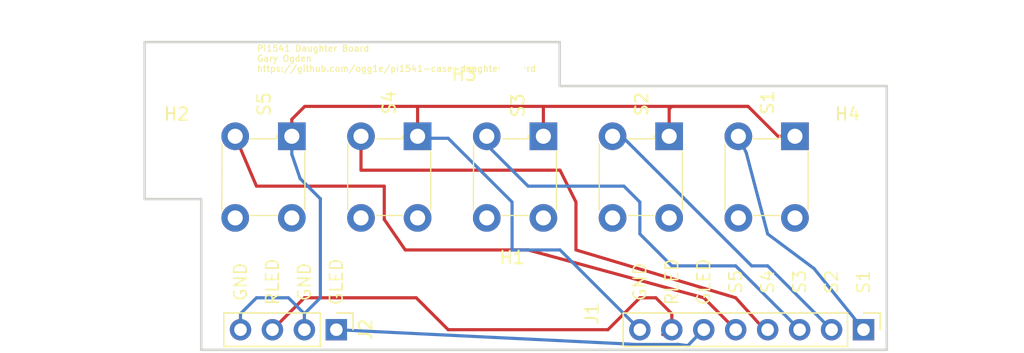
<source format=kicad_pcb>
(kicad_pcb (version 20171130) (host pcbnew "(5.0.1-3-g963ef8bb5)")

  (general
    (thickness 1.6)
    (drawings 21)
    (tracks 75)
    (zones 0)
    (modules 11)
    (nets 19)
  )

  (page A4)
  (title_block
    (title "Pi1541 Switch Board")
    (rev v1.0)
    (comment 2 creativecommons.org/licenses/by/4.0/)
    (comment 3 "License: CC By 4.0")
    (comment 4 "Author: Gary Ogden")
  )

  (layers
    (0 F.Cu signal)
    (31 B.Cu signal)
    (32 B.Adhes user)
    (33 F.Adhes user)
    (34 B.Paste user)
    (35 F.Paste user)
    (36 B.SilkS user)
    (37 F.SilkS user)
    (38 B.Mask user)
    (39 F.Mask user)
    (40 Dwgs.User user)
    (41 Cmts.User user)
    (42 Eco1.User user)
    (43 Eco2.User user)
    (44 Edge.Cuts user)
    (45 Margin user)
    (46 B.CrtYd user)
    (47 F.CrtYd user)
    (48 B.Fab user)
    (49 F.Fab user)
  )

  (setup
    (last_trace_width 0.25)
    (trace_clearance 0.2)
    (zone_clearance 0.508)
    (zone_45_only no)
    (trace_min 0.2)
    (segment_width 0.2)
    (edge_width 0.2)
    (via_size 0.8)
    (via_drill 0.4)
    (via_min_size 0.4)
    (via_min_drill 0.3)
    (uvia_size 0.3)
    (uvia_drill 0.1)
    (uvias_allowed no)
    (uvia_min_size 0.2)
    (uvia_min_drill 0.1)
    (pcb_text_width 0.3)
    (pcb_text_size 1.5 1.5)
    (mod_edge_width 0.15)
    (mod_text_size 1 1)
    (mod_text_width 0.15)
    (pad_size 1.524 1.524)
    (pad_drill 0.762)
    (pad_to_mask_clearance 0.051)
    (solder_mask_min_width 0.25)
    (aux_axis_origin 0 0)
    (grid_origin 100 30)
    (visible_elements FFFFFF7F)
    (pcbplotparams
      (layerselection 0x010fc_ffffffff)
      (usegerberextensions false)
      (usegerberattributes false)
      (usegerberadvancedattributes false)
      (creategerberjobfile false)
      (excludeedgelayer true)
      (linewidth 0.100000)
      (plotframeref false)
      (viasonmask false)
      (mode 1)
      (useauxorigin false)
      (hpglpennumber 1)
      (hpglpenspeed 20)
      (hpglpendiameter 15.000000)
      (psnegative false)
      (psa4output false)
      (plotreference true)
      (plotvalue true)
      (plotinvisibletext false)
      (padsonsilk false)
      (subtractmaskfromsilk false)
      (outputformat 1)
      (mirror false)
      (drillshape 0)
      (scaleselection 1)
      (outputdirectory "./"))
  )

  (net 0 "")
  (net 1 "Net-(J1-Pad6)")
  (net 2 "Net-(J1-Pad5)")
  (net 3 "Net-(J1-Pad4)")
  (net 4 "Net-(J1-Pad3)")
  (net 5 "Net-(J1-Pad2)")
  (net 6 "Net-(J1-Pad8)")
  (net 7 "Net-(J1-Pad7)")
  (net 8 "Net-(S1-Pad2)")
  (net 9 "Net-(S1-Pad4)")
  (net 10 "Net-(S2-Pad4)")
  (net 11 "Net-(S2-Pad2)")
  (net 12 "Net-(S3-Pad2)")
  (net 13 "Net-(S3-Pad4)")
  (net 14 "Net-(S4-Pad4)")
  (net 15 "Net-(S4-Pad2)")
  (net 16 "Net-(S5-Pad2)")
  (net 17 "Net-(S5-Pad4)")
  (net 18 "Net-(J1-Pad1)")

  (net_class Default "This is the default net class."
    (clearance 0.2)
    (trace_width 0.25)
    (via_dia 0.8)
    (via_drill 0.4)
    (uvia_dia 0.3)
    (uvia_drill 0.1)
    (add_net "Net-(J1-Pad1)")
    (add_net "Net-(J1-Pad2)")
    (add_net "Net-(J1-Pad3)")
    (add_net "Net-(J1-Pad4)")
    (add_net "Net-(J1-Pad5)")
    (add_net "Net-(J1-Pad6)")
    (add_net "Net-(J1-Pad7)")
    (add_net "Net-(J1-Pad8)")
    (add_net "Net-(S1-Pad2)")
    (add_net "Net-(S1-Pad4)")
    (add_net "Net-(S2-Pad2)")
    (add_net "Net-(S2-Pad4)")
    (add_net "Net-(S3-Pad2)")
    (add_net "Net-(S3-Pad4)")
    (add_net "Net-(S4-Pad2)")
    (add_net "Net-(S4-Pad4)")
    (add_net "Net-(S5-Pad2)")
    (add_net "Net-(S5-Pad4)")
  )

  (module Pin_Headers:Pin_Header_Straight_1x08_Pitch2.54mm (layer F.Cu) (tedit 59650532) (tstamp 5BE9C1C2)
    (at 157.15 55.4 270)
    (descr "Through hole straight pin header, 1x08, 2.54mm pitch, single row")
    (tags "Through hole pin header THT 1x08 2.54mm single row")
    (path /5BE8D02C)
    (fp_text reference J1 (at -1.27 21.59 270) (layer F.SilkS)
      (effects (font (size 1 1) (thickness 0.15)))
    )
    (fp_text value toPi (at 0 20.11 270) (layer F.Fab)
      (effects (font (size 1 1) (thickness 0.15)))
    )
    (fp_line (start -0.635 -1.27) (end 1.27 -1.27) (layer F.Fab) (width 0.1))
    (fp_line (start 1.27 -1.27) (end 1.27 19.05) (layer F.Fab) (width 0.1))
    (fp_line (start 1.27 19.05) (end -1.27 19.05) (layer F.Fab) (width 0.1))
    (fp_line (start -1.27 19.05) (end -1.27 -0.635) (layer F.Fab) (width 0.1))
    (fp_line (start -1.27 -0.635) (end -0.635 -1.27) (layer F.Fab) (width 0.1))
    (fp_line (start -1.33 19.11) (end 1.33 19.11) (layer F.SilkS) (width 0.12))
    (fp_line (start -1.33 1.27) (end -1.33 19.11) (layer F.SilkS) (width 0.12))
    (fp_line (start 1.33 1.27) (end 1.33 19.11) (layer F.SilkS) (width 0.12))
    (fp_line (start -1.33 1.27) (end 1.33 1.27) (layer F.SilkS) (width 0.12))
    (fp_line (start -1.33 0) (end -1.33 -1.33) (layer F.SilkS) (width 0.12))
    (fp_line (start -1.33 -1.33) (end 0 -1.33) (layer F.SilkS) (width 0.12))
    (fp_line (start -1.8 -1.8) (end -1.8 19.55) (layer F.CrtYd) (width 0.05))
    (fp_line (start -1.8 19.55) (end 1.8 19.55) (layer F.CrtYd) (width 0.05))
    (fp_line (start 1.8 19.55) (end 1.8 -1.8) (layer F.CrtYd) (width 0.05))
    (fp_line (start 1.8 -1.8) (end -1.8 -1.8) (layer F.CrtYd) (width 0.05))
    (fp_text user %R (at 0 8.89) (layer F.Fab)
      (effects (font (size 1 1) (thickness 0.15)))
    )
    (pad 1 thru_hole rect (at 0 0 270) (size 1.7 1.7) (drill 1) (layers *.Cu *.Mask)
      (net 18 "Net-(J1-Pad1)"))
    (pad 2 thru_hole oval (at 0 2.54 270) (size 1.7 1.7) (drill 1) (layers *.Cu *.Mask)
      (net 5 "Net-(J1-Pad2)"))
    (pad 3 thru_hole oval (at 0 5.08 270) (size 1.7 1.7) (drill 1) (layers *.Cu *.Mask)
      (net 4 "Net-(J1-Pad3)"))
    (pad 4 thru_hole oval (at 0 7.62 270) (size 1.7 1.7) (drill 1) (layers *.Cu *.Mask)
      (net 3 "Net-(J1-Pad4)"))
    (pad 5 thru_hole oval (at 0 10.16 270) (size 1.7 1.7) (drill 1) (layers *.Cu *.Mask)
      (net 2 "Net-(J1-Pad5)"))
    (pad 6 thru_hole oval (at 0 12.7 270) (size 1.7 1.7) (drill 1) (layers *.Cu *.Mask)
      (net 1 "Net-(J1-Pad6)"))
    (pad 7 thru_hole oval (at 0 15.24 270) (size 1.7 1.7) (drill 1) (layers *.Cu *.Mask)
      (net 7 "Net-(J1-Pad7)"))
    (pad 8 thru_hole oval (at 0 17.78 270) (size 1.7 1.7) (drill 1) (layers *.Cu *.Mask)
      (net 6 "Net-(J1-Pad8)"))
    (model ${KISYS3DMOD}/Pin_Headers.3dshapes/Pin_Header_Straight_1x08_Pitch2.54mm.wrl
      (at (xyz 0 0 0))
      (scale (xyz 1 1 1))
      (rotate (xyz 0 0 0))
    )
  )

  (module Pin_Headers:Pin_Header_Straight_1x04_Pitch2.54mm (layer F.Cu) (tedit 59650532) (tstamp 5BEA1DCD)
    (at 115.24 55.4 270)
    (descr "Through hole straight pin header, 1x04, 2.54mm pitch, single row")
    (tags "Through hole pin header THT 1x04 2.54mm single row")
    (path /5BEB431A)
    (fp_text reference J2 (at 0 -2.33 270) (layer F.SilkS)
      (effects (font (size 1 1) (thickness 0.15)))
    )
    (fp_text value LEDs (at 0 9.95 270) (layer F.Fab)
      (effects (font (size 1 1) (thickness 0.15)))
    )
    (fp_line (start -0.635 -1.27) (end 1.27 -1.27) (layer F.Fab) (width 0.1))
    (fp_line (start 1.27 -1.27) (end 1.27 8.89) (layer F.Fab) (width 0.1))
    (fp_line (start 1.27 8.89) (end -1.27 8.89) (layer F.Fab) (width 0.1))
    (fp_line (start -1.27 8.89) (end -1.27 -0.635) (layer F.Fab) (width 0.1))
    (fp_line (start -1.27 -0.635) (end -0.635 -1.27) (layer F.Fab) (width 0.1))
    (fp_line (start -1.33 8.95) (end 1.33 8.95) (layer F.SilkS) (width 0.12))
    (fp_line (start -1.33 1.27) (end -1.33 8.95) (layer F.SilkS) (width 0.12))
    (fp_line (start 1.33 1.27) (end 1.33 8.95) (layer F.SilkS) (width 0.12))
    (fp_line (start -1.33 1.27) (end 1.33 1.27) (layer F.SilkS) (width 0.12))
    (fp_line (start -1.33 0) (end -1.33 -1.33) (layer F.SilkS) (width 0.12))
    (fp_line (start -1.33 -1.33) (end 0 -1.33) (layer F.SilkS) (width 0.12))
    (fp_line (start -1.8 -1.8) (end -1.8 9.4) (layer F.CrtYd) (width 0.05))
    (fp_line (start -1.8 9.4) (end 1.8 9.4) (layer F.CrtYd) (width 0.05))
    (fp_line (start 1.8 9.4) (end 1.8 -1.8) (layer F.CrtYd) (width 0.05))
    (fp_line (start 1.8 -1.8) (end -1.8 -1.8) (layer F.CrtYd) (width 0.05))
    (fp_text user %R (at 0 3.81) (layer F.Fab)
      (effects (font (size 1 1) (thickness 0.15)))
    )
    (pad 1 thru_hole rect (at 0 0 270) (size 1.7 1.7) (drill 1) (layers *.Cu *.Mask)
      (net 1 "Net-(J1-Pad6)"))
    (pad 2 thru_hole oval (at 0 2.54 270) (size 1.7 1.7) (drill 1) (layers *.Cu *.Mask)
      (net 6 "Net-(J1-Pad8)"))
    (pad 3 thru_hole oval (at 0 5.08 270) (size 1.7 1.7) (drill 1) (layers *.Cu *.Mask)
      (net 7 "Net-(J1-Pad7)"))
    (pad 4 thru_hole oval (at 0 7.62 270) (size 1.7 1.7) (drill 1) (layers *.Cu *.Mask)
      (net 6 "Net-(J1-Pad8)"))
    (model ${KISYS3DMOD}/Pin_Headers.3dshapes/Pin_Header_Straight_1x04_Pitch2.54mm.wrl
      (at (xyz 0 0 0))
      (scale (xyz 1 1 1))
      (rotate (xyz 0 0 0))
    )
  )

  (module Mounting_Holes:MountingHole_2.2mm_M2 (layer F.Cu) (tedit 56D1B4CB) (tstamp 5BEA1BB2)
    (at 155.88 41.43)
    (descr "Mounting Hole 2.2mm, no annular, M2")
    (tags "mounting hole 2.2mm no annular m2")
    (path /5BEC9ADE)
    (attr virtual)
    (fp_text reference H4 (at 0 -3.2) (layer F.SilkS)
      (effects (font (size 1 1) (thickness 0.15)))
    )
    (fp_text value MountingHole (at 8.89 -1.27) (layer F.Fab)
      (effects (font (size 1 1) (thickness 0.15)))
    )
    (fp_text user %R (at 0.3 0) (layer F.Fab)
      (effects (font (size 1 1) (thickness 0.15)))
    )
    (fp_circle (center 0 0) (end 2.2 0) (layer Cmts.User) (width 0.15))
    (fp_circle (center 0 0) (end 2.45 0) (layer F.CrtYd) (width 0.05))
    (pad 1 np_thru_hole circle (at 0 0) (size 2.2 2.2) (drill 2.2) (layers *.Cu *.Mask))
  )

  (module Mounting_Holes:MountingHole_2.2mm_M2 (layer F.Cu) (tedit 56D1B4CB) (tstamp 5BEA1BAB)
    (at 129.21 35.08)
    (descr "Mounting Hole 2.2mm, no annular, M2")
    (tags "mounting hole 2.2mm no annular m2")
    (path /5BEC99A4)
    (attr virtual)
    (fp_text reference H3 (at -3.81 0) (layer F.SilkS)
      (effects (font (size 1 1) (thickness 0.15)))
    )
    (fp_text value MountingHole (at 0 -5.08) (layer F.Fab)
      (effects (font (size 1 1) (thickness 0.15)))
    )
    (fp_circle (center 0 0) (end 2.45 0) (layer F.CrtYd) (width 0.05))
    (fp_circle (center 0 0) (end 2.2 0) (layer Cmts.User) (width 0.15))
    (fp_text user %R (at 0.3 0) (layer F.Fab)
      (effects (font (size 1 1) (thickness 0.15)))
    )
    (pad 1 np_thru_hole circle (at 0 0) (size 2.2 2.2) (drill 2.2) (layers *.Cu *.Mask))
  )

  (module Mounting_Holes:MountingHole_2.2mm_M2 (layer F.Cu) (tedit 56D1B4CB) (tstamp 5BEA1BA4)
    (at 102.54 41.43)
    (descr "Mounting Hole 2.2mm, no annular, M2")
    (tags "mounting hole 2.2mm no annular m2")
    (path /5BEC9865)
    (attr virtual)
    (fp_text reference H2 (at 0 -3.2) (layer F.SilkS)
      (effects (font (size 1 1) (thickness 0.15)))
    )
    (fp_text value MountingHole (at -8.89 -1.27) (layer F.Fab)
      (effects (font (size 1 1) (thickness 0.15)))
    )
    (fp_text user %R (at 0.3 0) (layer F.Fab)
      (effects (font (size 1 1) (thickness 0.15)))
    )
    (fp_circle (center 0 0) (end 2.2 0) (layer Cmts.User) (width 0.15))
    (fp_circle (center 0 0) (end 2.45 0) (layer F.CrtYd) (width 0.05))
    (pad 1 np_thru_hole circle (at 0 0) (size 2.2 2.2) (drill 2.2) (layers *.Cu *.Mask))
  )

  (module Mounting_Holes:MountingHole_2.2mm_M2 (layer F.Cu) (tedit 56D1B4CB) (tstamp 5BEA1B9D)
    (at 129.21 52.86)
    (descr "Mounting Hole 2.2mm, no annular, M2")
    (tags "mounting hole 2.2mm no annular m2")
    (path /5BEC96CE)
    (attr virtual)
    (fp_text reference H1 (at 0 -3.2) (layer F.SilkS)
      (effects (font (size 1 1) (thickness 0.15)))
    )
    (fp_text value MountingHole (at 0 3.2) (layer F.Fab)
      (effects (font (size 1 1) (thickness 0.15)))
    )
    (fp_circle (center 0 0) (end 2.45 0) (layer F.CrtYd) (width 0.05))
    (fp_circle (center 0 0) (end 2.2 0) (layer Cmts.User) (width 0.15))
    (fp_text user %R (at 0.3 0) (layer F.Fab)
      (effects (font (size 1 1) (thickness 0.15)))
    )
    (pad 1 np_thru_hole circle (at 0 0) (size 2.2 2.2) (drill 2.2) (layers *.Cu *.Mask))
  )

  (module digikey-footprints:Switch_Tactile_THT_6x6mm (layer F.Cu) (tedit 5BE9BCA8) (tstamp 5BE790FC)
    (at 141.7 40 270)
    (descr http://www.te.com/commerce/DocumentDelivery/DDEController?Action=srchrtrv&DocNm=1825910&DocType=Customer+Drawing&DocLang=English)
    (path /5BE28DEF)
    (fp_text reference S2 (at -2.56 2.19 270) (layer F.SilkS)
      (effects (font (size 1 1) (thickness 0.15)))
    )
    (fp_text value 1825910-6 (at 3.6322 7.0866 270) (layer F.Fab)
      (effects (font (size 1 1) (thickness 0.15)))
    )
    (fp_line (start 0.25 -1) (end 6.25 -1) (layer F.Fab) (width 0.1))
    (fp_line (start 6.25 -1) (end 6.25 5.5) (layer F.Fab) (width 0.1))
    (fp_line (start 6.25 5.5) (end 0.25 5.5) (layer F.Fab) (width 0.1))
    (fp_line (start 0.25 -1) (end 0.25 5.5) (layer F.Fab) (width 0.1))
    (fp_text user %R (at 3.3782 2.286 270) (layer F.Fab)
      (effects (font (size 1 1) (thickness 0.15)))
    )
    (fp_line (start 7.85 -1.35) (end 7.85 5.85) (layer F.CrtYd) (width 0.05))
    (fp_line (start 7.85 5.85) (end -1.35 5.85) (layer F.CrtYd) (width 0.05))
    (fp_line (start 7.85 -1.35) (end -1.35 -1.35) (layer F.CrtYd) (width 0.05))
    (fp_line (start -1.35 -1.35) (end -1.35 5.85) (layer F.CrtYd) (width 0.05))
    (fp_line (start 1.2 -1.0414) (end 5.8674 -1.0414) (layer F.SilkS) (width 0.1))
    (fp_line (start 0.2032 1.1938) (end 0.2032 3.302) (layer F.SilkS) (width 0.1))
    (fp_line (start 6.3092 1.2048) (end 6.3092 3.3) (layer F.SilkS) (width 0.1))
    (fp_line (start 5.8928 5.5626) (end 0.6 5.5528) (layer F.SilkS) (width 0.1))
    (fp_line (start 0.2032 1.2004) (end -0.0468 1.2004) (layer F.SilkS) (width 0.1))
    (pad 3 thru_hole circle (at 0 4.5 270) (size 2.2 2.2) (drill 1.2) (layers *.Cu *.Mask)
      (net 5 "Net-(J1-Pad2)"))
    (pad 4 thru_hole circle (at 6.5 4.5 270) (size 2.2 2.2) (drill 1.2) (layers *.Cu *.Mask)
      (net 10 "Net-(S2-Pad4)"))
    (pad 2 thru_hole circle (at 6.5 0 270) (size 2.2 2.2) (drill 1.2) (layers *.Cu *.Mask)
      (net 11 "Net-(S2-Pad2)"))
    (pad 1 thru_hole rect (at 0 0 270) (size 2.2 2.2) (drill 1.2) (layers *.Cu *.Mask)
      (net 6 "Net-(J1-Pad8)"))
  )

  (module digikey-footprints:Switch_Tactile_THT_6x6mm (layer F.Cu) (tedit 5BE9BCA3) (tstamp 5BE40631)
    (at 111.7 40 270)
    (descr http://www.te.com/commerce/DocumentDelivery/DDEController?Action=srchrtrv&DocNm=1825910&DocType=Customer+Drawing&DocLang=English)
    (path /5BE29252)
    (fp_text reference S5 (at -2.56 2.2 270) (layer F.SilkS)
      (effects (font (size 1 1) (thickness 0.15)))
    )
    (fp_text value 1825910-6 (at 3.6322 7.0866 270) (layer F.Fab)
      (effects (font (size 1 1) (thickness 0.15)))
    )
    (fp_line (start 0.2032 1.2004) (end -0.0468 1.2004) (layer F.SilkS) (width 0.1))
    (fp_line (start 5.8928 5.5626) (end 0.6 5.5528) (layer F.SilkS) (width 0.1))
    (fp_line (start 6.3092 1.2048) (end 6.3092 3.3) (layer F.SilkS) (width 0.1))
    (fp_line (start 0.2032 1.1938) (end 0.2032 3.302) (layer F.SilkS) (width 0.1))
    (fp_line (start 1.2 -1.0414) (end 5.8674 -1.0414) (layer F.SilkS) (width 0.1))
    (fp_line (start -1.35 -1.35) (end -1.35 5.85) (layer F.CrtYd) (width 0.05))
    (fp_line (start 7.85 -1.35) (end -1.35 -1.35) (layer F.CrtYd) (width 0.05))
    (fp_line (start 7.85 5.85) (end -1.35 5.85) (layer F.CrtYd) (width 0.05))
    (fp_line (start 7.85 -1.35) (end 7.85 5.85) (layer F.CrtYd) (width 0.05))
    (fp_text user %R (at 3.3782 2.286 270) (layer F.Fab)
      (effects (font (size 1 1) (thickness 0.15)))
    )
    (fp_line (start 0.25 -1) (end 0.25 5.5) (layer F.Fab) (width 0.1))
    (fp_line (start 6.25 5.5) (end 0.25 5.5) (layer F.Fab) (width 0.1))
    (fp_line (start 6.25 -1) (end 6.25 5.5) (layer F.Fab) (width 0.1))
    (fp_line (start 0.25 -1) (end 6.25 -1) (layer F.Fab) (width 0.1))
    (pad 1 thru_hole rect (at 0 0 270) (size 2.2 2.2) (drill 1.2) (layers *.Cu *.Mask)
      (net 6 "Net-(J1-Pad8)"))
    (pad 2 thru_hole circle (at 6.5 0 270) (size 2.2 2.2) (drill 1.2) (layers *.Cu *.Mask)
      (net 16 "Net-(S5-Pad2)"))
    (pad 4 thru_hole circle (at 6.5 4.5 270) (size 2.2 2.2) (drill 1.2) (layers *.Cu *.Mask)
      (net 17 "Net-(S5-Pad4)"))
    (pad 3 thru_hole circle (at 0 4.5 270) (size 2.2 2.2) (drill 1.2) (layers *.Cu *.Mask)
      (net 2 "Net-(J1-Pad5)"))
  )

  (module digikey-footprints:Switch_Tactile_THT_6x6mm (layer F.Cu) (tedit 5BE9BCA4) (tstamp 5BE4061B)
    (at 121.7 40 270)
    (descr http://www.te.com/commerce/DocumentDelivery/DDEController?Action=srchrtrv&DocNm=1825910&DocType=Customer+Drawing&DocLang=English)
    (path /5BE290B5)
    (fp_text reference S4 (at -2.68 2.26 270) (layer F.SilkS)
      (effects (font (size 1 1) (thickness 0.15)))
    )
    (fp_text value 1825910-6 (at 3.6322 7.0866 270) (layer F.Fab)
      (effects (font (size 1 1) (thickness 0.15)))
    )
    (fp_line (start 0.25 -1) (end 6.25 -1) (layer F.Fab) (width 0.1))
    (fp_line (start 6.25 -1) (end 6.25 5.5) (layer F.Fab) (width 0.1))
    (fp_line (start 6.25 5.5) (end 0.25 5.5) (layer F.Fab) (width 0.1))
    (fp_line (start 0.25 -1) (end 0.25 5.5) (layer F.Fab) (width 0.1))
    (fp_text user %R (at 3.3782 2.286 270) (layer F.Fab)
      (effects (font (size 1 1) (thickness 0.15)))
    )
    (fp_line (start 7.85 -1.35) (end 7.85 5.85) (layer F.CrtYd) (width 0.05))
    (fp_line (start 7.85 5.85) (end -1.35 5.85) (layer F.CrtYd) (width 0.05))
    (fp_line (start 7.85 -1.35) (end -1.35 -1.35) (layer F.CrtYd) (width 0.05))
    (fp_line (start -1.35 -1.35) (end -1.35 5.85) (layer F.CrtYd) (width 0.05))
    (fp_line (start 1.2 -1.0414) (end 5.8674 -1.0414) (layer F.SilkS) (width 0.1))
    (fp_line (start 0.2032 1.1938) (end 0.2032 3.302) (layer F.SilkS) (width 0.1))
    (fp_line (start 6.3092 1.2048) (end 6.3092 3.3) (layer F.SilkS) (width 0.1))
    (fp_line (start 5.8928 5.5626) (end 0.6 5.5528) (layer F.SilkS) (width 0.1))
    (fp_line (start 0.2032 1.2004) (end -0.0468 1.2004) (layer F.SilkS) (width 0.1))
    (pad 3 thru_hole circle (at 0 4.5 270) (size 2.2 2.2) (drill 1.2) (layers *.Cu *.Mask)
      (net 3 "Net-(J1-Pad4)"))
    (pad 4 thru_hole circle (at 6.5 4.5 270) (size 2.2 2.2) (drill 1.2) (layers *.Cu *.Mask)
      (net 14 "Net-(S4-Pad4)"))
    (pad 2 thru_hole circle (at 6.5 0 270) (size 2.2 2.2) (drill 1.2) (layers *.Cu *.Mask)
      (net 15 "Net-(S4-Pad2)"))
    (pad 1 thru_hole rect (at 0 0 270) (size 2.2 2.2) (drill 1.2) (layers *.Cu *.Mask)
      (net 6 "Net-(J1-Pad8)"))
  )

  (module digikey-footprints:Switch_Tactile_THT_6x6mm (layer F.Cu) (tedit 5BE9BCA5) (tstamp 5BE40605)
    (at 131.7 40 270)
    (descr http://www.te.com/commerce/DocumentDelivery/DDEController?Action=srchrtrv&DocNm=1825910&DocType=Customer+Drawing&DocLang=English)
    (path /5BE28F3B)
    (fp_text reference S3 (at -2.45 2.02 270) (layer F.SilkS)
      (effects (font (size 1 1) (thickness 0.15)))
    )
    (fp_text value 1825910-6 (at 3.6322 7.0866 270) (layer F.Fab)
      (effects (font (size 1 1) (thickness 0.15)))
    )
    (fp_line (start 0.2032 1.2004) (end -0.0468 1.2004) (layer F.SilkS) (width 0.1))
    (fp_line (start 5.8928 5.5626) (end 0.6 5.5528) (layer F.SilkS) (width 0.1))
    (fp_line (start 6.3092 1.2048) (end 6.3092 3.3) (layer F.SilkS) (width 0.1))
    (fp_line (start 0.2032 1.1938) (end 0.2032 3.302) (layer F.SilkS) (width 0.1))
    (fp_line (start 1.2 -1.0414) (end 5.8674 -1.0414) (layer F.SilkS) (width 0.1))
    (fp_line (start -1.35 -1.35) (end -1.35 5.85) (layer F.CrtYd) (width 0.05))
    (fp_line (start 7.85 -1.35) (end -1.35 -1.35) (layer F.CrtYd) (width 0.05))
    (fp_line (start 7.85 5.85) (end -1.35 5.85) (layer F.CrtYd) (width 0.05))
    (fp_line (start 7.85 -1.35) (end 7.85 5.85) (layer F.CrtYd) (width 0.05))
    (fp_text user %R (at 3.3782 2.286 270) (layer F.Fab)
      (effects (font (size 1 1) (thickness 0.15)))
    )
    (fp_line (start 0.25 -1) (end 0.25 5.5) (layer F.Fab) (width 0.1))
    (fp_line (start 6.25 5.5) (end 0.25 5.5) (layer F.Fab) (width 0.1))
    (fp_line (start 6.25 -1) (end 6.25 5.5) (layer F.Fab) (width 0.1))
    (fp_line (start 0.25 -1) (end 6.25 -1) (layer F.Fab) (width 0.1))
    (pad 1 thru_hole rect (at 0 0 270) (size 2.2 2.2) (drill 1.2) (layers *.Cu *.Mask)
      (net 6 "Net-(J1-Pad8)"))
    (pad 2 thru_hole circle (at 6.5 0 270) (size 2.2 2.2) (drill 1.2) (layers *.Cu *.Mask)
      (net 12 "Net-(S3-Pad2)"))
    (pad 4 thru_hole circle (at 6.5 4.5 270) (size 2.2 2.2) (drill 1.2) (layers *.Cu *.Mask)
      (net 13 "Net-(S3-Pad4)"))
    (pad 3 thru_hole circle (at 0 4.5 270) (size 2.2 2.2) (drill 1.2) (layers *.Cu *.Mask)
      (net 4 "Net-(J1-Pad3)"))
  )

  (module digikey-footprints:Switch_Tactile_THT_6x6mm (layer F.Cu) (tedit 5BE9BCA9) (tstamp 5BE405D9)
    (at 151.7 40 270)
    (descr http://www.te.com/commerce/DocumentDelivery/DDEController?Action=srchrtrv&DocNm=1825910&DocType=Customer+Drawing&DocLang=English)
    (path /5BE28CB3)
    (fp_text reference S1 (at -2.68 2.18 270) (layer F.SilkS)
      (effects (font (size 1 1) (thickness 0.15)))
    )
    (fp_text value 1825910-6 (at 3.6322 7.0866 270) (layer F.Fab)
      (effects (font (size 1 1) (thickness 0.15)))
    )
    (fp_line (start 0.2032 1.2004) (end -0.0468 1.2004) (layer F.SilkS) (width 0.1))
    (fp_line (start 5.8928 5.5626) (end 0.6 5.5528) (layer F.SilkS) (width 0.1))
    (fp_line (start 6.3092 1.2048) (end 6.3092 3.3) (layer F.SilkS) (width 0.1))
    (fp_line (start 0.2032 1.1938) (end 0.2032 3.302) (layer F.SilkS) (width 0.1))
    (fp_line (start 1.2 -1.0414) (end 5.8674 -1.0414) (layer F.SilkS) (width 0.1))
    (fp_line (start -1.35 -1.35) (end -1.35 5.85) (layer F.CrtYd) (width 0.05))
    (fp_line (start 7.85 -1.35) (end -1.35 -1.35) (layer F.CrtYd) (width 0.05))
    (fp_line (start 7.85 5.85) (end -1.35 5.85) (layer F.CrtYd) (width 0.05))
    (fp_line (start 7.85 -1.35) (end 7.85 5.85) (layer F.CrtYd) (width 0.05))
    (fp_text user %R (at 3.3782 2.286 270) (layer F.Fab)
      (effects (font (size 1 1) (thickness 0.15)))
    )
    (fp_line (start 0.25 -1) (end 0.25 5.5) (layer F.Fab) (width 0.1))
    (fp_line (start 6.25 5.5) (end 0.25 5.5) (layer F.Fab) (width 0.1))
    (fp_line (start 6.25 -1) (end 6.25 5.5) (layer F.Fab) (width 0.1))
    (fp_line (start 0.25 -1) (end 6.25 -1) (layer F.Fab) (width 0.1))
    (pad 1 thru_hole rect (at 0 0 270) (size 2.2 2.2) (drill 1.2) (layers *.Cu *.Mask)
      (net 6 "Net-(J1-Pad8)"))
    (pad 2 thru_hole circle (at 6.5 0 270) (size 2.2 2.2) (drill 1.2) (layers *.Cu *.Mask)
      (net 8 "Net-(S1-Pad2)"))
    (pad 4 thru_hole circle (at 6.5 4.5 270) (size 2.2 2.2) (drill 1.2) (layers *.Cu *.Mask)
      (net 9 "Net-(S1-Pad4)"))
    (pad 3 thru_hole circle (at 0 4.5 270) (size 2.2 2.2) (drill 1.2) (layers *.Cu *.Mask)
      (net 18 "Net-(J1-Pad1)"))
  )

  (gr_text "Pi1541 Daughter Board\nGary Ogden\nhttps://github.com/ogg1e/pi1541-case-daughter-board" (at 108.89 33.81) (layer F.SilkS)
    (effects (font (size 0.5 0.5) (thickness 0.08)) (justify left))
  )
  (gr_text S1 (at 157.15 51.59 90) (layer F.SilkS) (tstamp 5BEA2314)
    (effects (font (size 1 1) (thickness 0.125)))
  )
  (gr_text S2 (at 154.61 51.59 90) (layer F.SilkS) (tstamp 5BEA2314)
    (effects (font (size 1 1) (thickness 0.125)))
  )
  (gr_text S3 (at 152.07 51.59 90) (layer F.SilkS) (tstamp 5BEA2314)
    (effects (font (size 1 1) (thickness 0.125)))
  )
  (gr_text S4 (at 149.53 51.59 90) (layer F.SilkS) (tstamp 5BEA2314)
    (effects (font (size 1 1) (thickness 0.125)))
  )
  (gr_text S5 (at 146.99 51.59 90) (layer F.SilkS) (tstamp 5BEA2314)
    (effects (font (size 1 1) (thickness 0.125)))
  )
  (gr_text GLED (at 144.45 51.59 90) (layer F.SilkS) (tstamp 5BEA2314)
    (effects (font (size 1 1) (thickness 0.125)))
  )
  (gr_text RLED (at 141.91 51.59 90) (layer F.SilkS) (tstamp 5BEA2314)
    (effects (font (size 1 1) (thickness 0.125)))
  )
  (gr_text GLED (at 115.24 51.59 90) (layer F.SilkS) (tstamp 5BEA2314)
    (effects (font (size 1 1) (thickness 0.125)))
  )
  (gr_text "RLED\n" (at 110.16 51.59 90) (layer F.SilkS) (tstamp 5BEA2314)
    (effects (font (size 1 1) (thickness 0.125)))
  )
  (gr_text GND (at 112.7 51.59 90) (layer F.SilkS) (tstamp 5BEA2314)
    (effects (font (size 1 1) (thickness 0.125)))
  )
  (gr_text GND (at 107.62 51.59 90) (layer F.SilkS) (tstamp 5BEA2314)
    (effects (font (size 1 1) (thickness 0.125)))
  )
  (gr_text GND (at 139.37 51.59 90) (layer F.SilkS)
    (effects (font (size 1 1) (thickness 0.125)))
  )
  (gr_line (start 133 36) (end 159 36) (layer Edge.Cuts) (width 0.2))
  (gr_line (start 133 32.5) (end 133 36) (layer Edge.Cuts) (width 0.2))
  (gr_line (start 104.5 45) (end 104.5 57) (layer Edge.Cuts) (width 0.2))
  (gr_line (start 100 45) (end 104.5 45) (layer Edge.Cuts) (width 0.2))
  (gr_line (start 100 32.5) (end 100 45) (layer Edge.Cuts) (width 0.2) (tstamp 5BE786B1))
  (gr_line (start 104.5 57) (end 159 57) (layer Edge.Cuts) (width 0.2))
  (gr_line (start 159 36) (end 159 57) (layer Edge.Cuts) (width 0.2))
  (gr_line (start 100 32.5) (end 133 32.5) (layer Edge.Cuts) (width 0.2))

  (segment (start 138.5203 56.5436) (end 115.24 55.4) (width 0.25) (layer B.Cu) (net 1) (tstamp 5BEA29FB))
  (segment (start 138.9504 56.5753) (end 138.5203 56.5436) (width 0.25) (layer B.Cu) (net 1))
  (segment (start 142.337 56.5753) (end 138.9504 56.5753) (width 0.25) (layer B.Cu) (net 1))
  (segment (start 142.3787 56.5626) (end 142.337 56.5753) (width 0.25) (layer B.Cu) (net 1))
  (segment (start 143.18 56.67) (end 142.3787 56.5626) (width 0.25) (layer B.Cu) (net 1))
  (segment (start 144.3532 55.4517) (end 143.18 56.67) (width 0.25) (layer B.Cu) (net 1))
  (segment (start 144.45 55.4) (end 144.3532 55.4517) (width 0.25) (layer B.Cu) (net 1))
  (segment (start 130.48 49.05) (end 144.45 52.86) (width 0.25) (layer F.Cu) (net 2))
  (segment (start 120.717534 49.05) (end 130.48 49.05) (width 0.25) (layer F.Cu) (net 2))
  (segment (start 119.05 43.97) (end 119.05 46.622662) (width 0.25) (layer F.Cu) (net 2))
  (segment (start 119.05 46.622662) (end 120.717534 49.05) (width 0.25) (layer F.Cu) (net 2))
  (segment (start 108.89 43.97) (end 119.05 43.97) (width 0.25) (layer F.Cu) (net 2))
  (segment (start 107.2 40) (end 108.89 43.97) (width 0.25) (layer F.Cu) (net 2))
  (segment (start 144.45 52.86) (end 146.99 55.4) (width 0.25) (layer F.Cu) (net 2))
  (segment (start 117.2 42.7) (end 117.2 40) (width 0.25) (layer F.Cu) (net 3))
  (segment (start 133.02 42.7) (end 117.2 42.7) (width 0.25) (layer F.Cu) (net 3))
  (segment (start 134.29 45.24) (end 133.02 42.7) (width 0.25) (layer F.Cu) (net 3))
  (segment (start 134.29 49.05) (end 134.29 45.24) (width 0.25) (layer F.Cu) (net 3))
  (segment (start 146.99 52.86) (end 134.29 49.05) (width 0.25) (layer F.Cu) (net 3))
  (segment (start 149.0518 55.1468) (end 146.99 52.86) (width 0.25) (layer F.Cu) (net 3))
  (segment (start 149.53 55.4) (end 149.0518 55.1468) (width 0.25) (layer F.Cu) (net 3))
  (segment (start 130.48 43.97) (end 127.2 40.69) (width 0.25) (layer B.Cu) (net 4))
  (segment (start 139.37 47.78) (end 139.37 45.24) (width 0.25) (layer B.Cu) (net 4))
  (segment (start 141.91 50.32) (end 139.37 47.78) (width 0.25) (layer B.Cu) (net 4))
  (segment (start 139.37 45.24) (end 138.1 43.97) (width 0.25) (layer B.Cu) (net 4))
  (segment (start 138.1 43.97) (end 130.48 43.97) (width 0.25) (layer B.Cu) (net 4))
  (segment (start 146.99 50.32) (end 141.91 50.32) (width 0.25) (layer B.Cu) (net 4))
  (segment (start 127.2 40.69) (end 127.2 40) (width 0.25) (layer B.Cu) (net 4))
  (segment (start 152.07 55.4) (end 146.99 50.32) (width 0.25) (layer B.Cu) (net 4))
  (segment (start 137.94 40) (end 137.2 40) (width 0.25) (layer B.Cu) (net 5))
  (segment (start 148.26 50.32) (end 137.94 40) (width 0.25) (layer B.Cu) (net 5))
  (segment (start 149.53 50.32) (end 154.61 55.4) (width 0.25) (layer B.Cu) (net 5))
  (segment (start 148.26 50.32) (end 149.53 50.32) (width 0.25) (layer B.Cu) (net 5))
  (segment (start 111.7 38.65) (end 112.73 37.62) (width 0.25) (layer F.Cu) (net 6))
  (segment (start 111.7 40) (end 111.7 38.65) (width 0.25) (layer F.Cu) (net 6))
  (segment (start 150.35 40) (end 151.7 40) (width 0.25) (layer F.Cu) (net 6))
  (segment (start 147.97 37.62) (end 150.35 40) (width 0.25) (layer F.Cu) (net 6))
  (segment (start 121.7 40) (end 121.7 37.73) (width 0.25) (layer F.Cu) (net 6))
  (segment (start 141.7 40) (end 141.7 37.83) (width 0.25) (layer F.Cu) (net 6))
  (segment (start 141.91 37.62) (end 147.97 37.62) (width 0.25) (layer F.Cu) (net 6))
  (segment (start 141.7 37.83) (end 141.91 37.62) (width 0.25) (layer F.Cu) (net 6))
  (segment (start 131.7 37.67) (end 131.75 37.62) (width 0.25) (layer F.Cu) (net 6))
  (segment (start 131.7 40) (end 131.7 37.67) (width 0.25) (layer F.Cu) (net 6))
  (segment (start 131.75 37.62) (end 147.97 37.62) (width 0.25) (layer F.Cu) (net 6))
  (segment (start 112.73 37.62) (end 131.75 37.62) (width 0.25) (layer F.Cu) (net 6))
  (segment (start 121.8824 40.1589) (end 121.7 40) (width 0.25) (layer B.Cu) (net 6))
  (segment (start 124.1289 40.1589) (end 121.8824 40.1589) (width 0.25) (layer B.Cu) (net 6))
  (segment (start 129.21 45.24) (end 124.1289 40.1589) (width 0.25) (layer B.Cu) (net 6))
  (segment (start 129.21 45.24) (end 129.21 49.05) (width 0.25) (layer B.Cu) (net 6))
  (segment (start 133.02 49.05) (end 139.37 55.4) (width 0.25) (layer B.Cu) (net 6))
  (segment (start 129.21 49.05) (end 133.02 49.05) (width 0.25) (layer B.Cu) (net 6))
  (segment (start 113.97 44.976) (end 113.97 45.0918) (width 0.25) (layer B.Cu) (net 6))
  (segment (start 112.3588 43.3648) (end 113.97 44.976) (width 0.25) (layer B.Cu) (net 6))
  (segment (start 111.7 41.4253) (end 112.3588 43.3648) (width 0.25) (layer B.Cu) (net 6))
  (segment (start 111.7 40) (end 111.7 41.4253) (width 0.25) (layer B.Cu) (net 6))
  (segment (start 113.97 44.976) (end 113.97 52.86) (width 0.25) (layer B.Cu) (net 6))
  (segment (start 112.7 54.13) (end 112.7 55.4) (width 0.25) (layer B.Cu) (net 6))
  (segment (start 113.97 52.86) (end 112.7 54.13) (width 0.25) (layer B.Cu) (net 6))
  (segment (start 107.62 55.4) (end 107.62 54.13) (width 0.25) (layer B.Cu) (net 6))
  (segment (start 107.62 54.13) (end 108.89 52.86) (width 0.25) (layer B.Cu) (net 6))
  (segment (start 108.89 52.86) (end 111.43 52.86) (width 0.25) (layer B.Cu) (net 6))
  (segment (start 111.43 52.86) (end 112.7 54.13) (width 0.25) (layer B.Cu) (net 6))
  (segment (start 141.1841 55.785) (end 141.91 55.4) (width 0.25) (layer F.Cu) (net 7))
  (segment (start 110.16 55.4) (end 112.7 52.86) (width 0.25) (layer F.Cu) (net 7))
  (segment (start 136.83 55.4) (end 139.37 52.86) (width 0.25) (layer F.Cu) (net 7))
  (segment (start 112.7 52.86) (end 121.59 52.86) (width 0.25) (layer F.Cu) (net 7))
  (segment (start 124.13 55.4) (end 136.83 55.4) (width 0.25) (layer F.Cu) (net 7))
  (segment (start 121.59 52.86) (end 124.13 55.4) (width 0.25) (layer F.Cu) (net 7))
  (segment (start 139.37 52.86) (end 140.64 52.86) (width 0.25) (layer F.Cu) (net 7))
  (segment (start 141.91 54.13) (end 141.91 55.4) (width 0.25) (layer F.Cu) (net 7))
  (segment (start 140.64 52.86) (end 141.91 54.13) (width 0.25) (layer F.Cu) (net 7))
  (segment (start 147.8268 41.3111) (end 147.2 40) (width 0.25) (layer B.Cu) (net 18))
  (segment (start 149.53 47.78) (end 147.8268 41.3111) (width 0.25) (layer B.Cu) (net 18))
  (segment (start 153.2147 50.5296) (end 149.53 47.78) (width 0.25) (layer B.Cu) (net 18))
  (segment (start 157.15 55.4) (end 153.2147 50.5296) (width 0.25) (layer B.Cu) (net 18))

)

</source>
